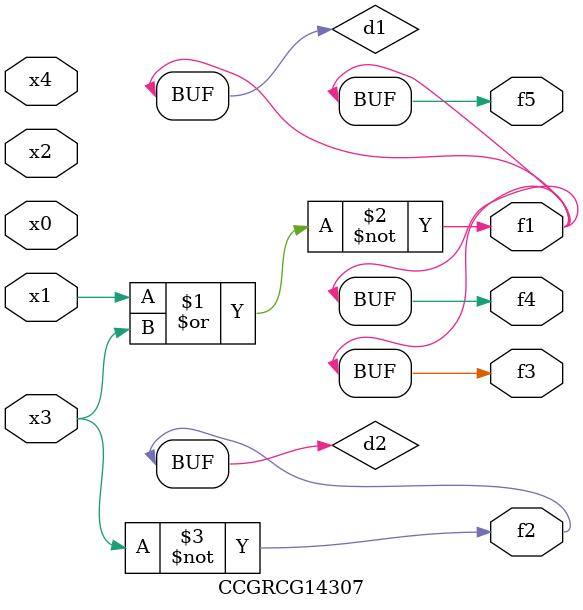
<source format=v>
module CCGRCG14307(
	input x0, x1, x2, x3, x4,
	output f1, f2, f3, f4, f5
);

	wire d1, d2;

	nor (d1, x1, x3);
	not (d2, x3);
	assign f1 = d1;
	assign f2 = d2;
	assign f3 = d1;
	assign f4 = d1;
	assign f5 = d1;
endmodule

</source>
